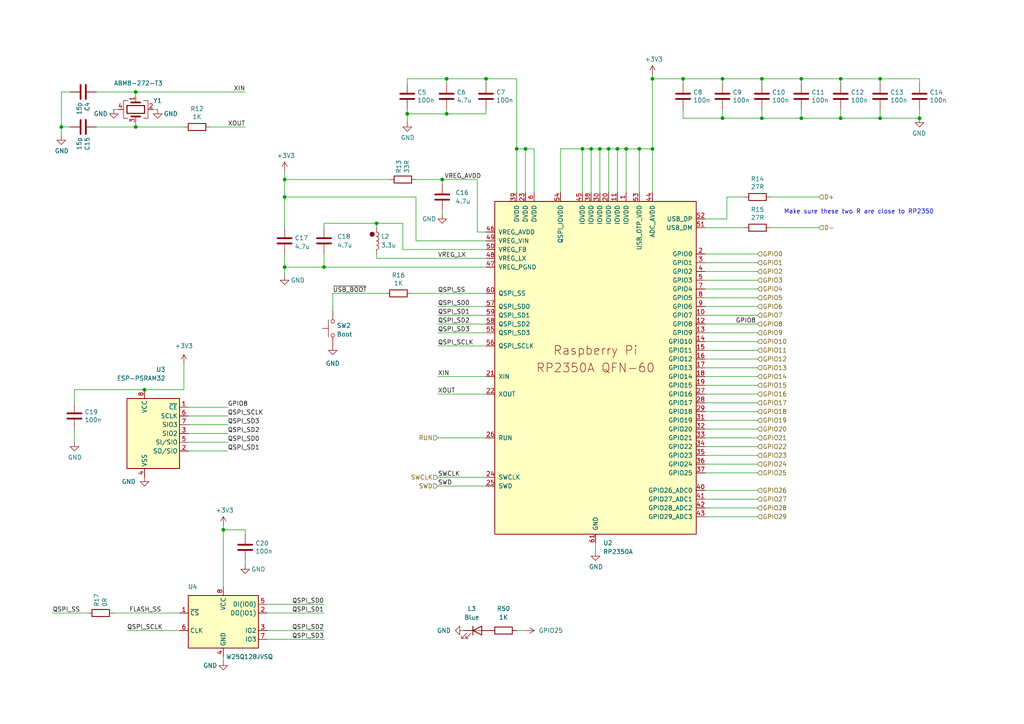
<source format=kicad_sch>
(kicad_sch (version 20231120) (generator "eeschema") (generator_version "8.0")
  (paper "A4")
  (title_block (title "Valera-2350A") (date "2025-01-30") (rev "1.0") (company "Mikhail Matveev") (comment 1 "https://github.com/xtremespb/frank"))
  (lib_symbols
    (symbol "+3V3_1" (power) (pin_numbers hide) (pin_names (offset 0) hide)
      (property "Value" "+3V3" (at 0 3.556 0))
      (symbol "+3V3_1_0_1"
        (polyline (pts (xy -0.762 1.27) (xy 0 2.54)))
        (polyline (pts (xy 0 0) (xy 0 2.54)))
        (polyline (pts (xy 0 2.54) (xy 0.762 1.27)))
      )
      (symbol "+3V3_1_1_1"
        (pin power_in line (at 0 0 90) (length 0) (name "~") (number "1"))
      )
    )
    (symbol "+3V3_2" (power) (pin_numbers hide) (pin_names (offset 0) hide)
      (property "Value" "+3V3" (at 0 3.556 0))
      (symbol "+3V3_2_0_1"
        (polyline (pts (xy -0.762 1.27) (xy 0 2.54)))
        (polyline (pts (xy 0 0) (xy 0 2.54)))
        (polyline (pts (xy 0 2.54) (xy 0.762 1.27)))
      )
      (symbol "+3V3_2_1_1"
        (pin power_in line (at 0 0 90) (length 0) (name "~") (number "1"))
      )
    )
    (symbol "+3V3_3" (power) (pin_numbers hide) (pin_names (offset 0) hide)
      (property "Value" "+3V3" (at 0 3.556 0))
      (symbol "+3V3_3_0_1"
        (polyline (pts (xy -0.762 1.27) (xy 0 2.54)))
        (polyline (pts (xy 0 0) (xy 0 2.54)))
        (polyline (pts (xy 0 2.54) (xy 0.762 1.27)))
      )
      (symbol "+3V3_3_1_1"
        (pin power_in line (at 0 0 90) (length 0) (name "~") (number "1"))
      )
    )
    (symbol "Device:C" (pin_numbers hide) (pin_names (offset 0.254))
      (property "Reference" "C" (at 0.635 2.54 0))
      (property "Value" "C" (at 0.635 -2.54 0))
      (symbol "C_0_1"
        (polyline (pts (xy -2.032 -0.762) (xy 2.032 -0.762)) (stroke (width 0.508)))
        (polyline (pts (xy -2.032 0.762) (xy 2.032 0.762)) (stroke (width 0.508)))
      )
      (symbol "C_1_1"
        (pin passive line (at 0 3.81 270) (length 2.794) (name "~") (number "1"))
        (pin passive line (at 0 -3.81 90) (length 2.794) (name "~") (number "2"))
      )
    )
    (symbol "Device:Crystal_GND24" (pin_names (offset 1.016) hide)
      (property "Reference" "Y" (at 3.175 5.08 0))
      (property "Value" "Crystal_GND24" (at 3.175 3.175 0))
      (symbol "Crystal_GND24_0_1"
        (rectangle (start -1.143 2.54) (end 1.143 -2.54) (stroke (width 0.3048)))
        (polyline (pts (xy -2.54 0) (xy -2.032 0)))
        (polyline (pts (xy -2.032 -1.27) (xy -2.032 1.27)) (stroke (width 0.508)))
        (polyline (pts (xy 0 -3.81) (xy 0 -3.556)))
        (polyline (pts (xy 0 3.556) (xy 0 3.81)))
        (polyline (pts (xy 2.032 -1.27) (xy 2.032 1.27)) (stroke (width 0.508)))
        (polyline (pts (xy 2.032 0) (xy 2.54 0)))
        (polyline (pts (xy -2.54 -2.286) (xy -2.54 -3.556) (xy 2.54 -3.556) (xy 2.54 -2.286)))
        (polyline (pts (xy -2.54 2.286) (xy -2.54 3.556) (xy 2.54 3.556) (xy 2.54 2.286)))
      )
      (symbol "Crystal_GND24_1_1"
        (pin passive line (at -3.81 0 0) (length 1.27) (name "1") (number "1"))
        (pin passive line (at 0 5.08 270) (length 1.27) (name "2") (number "2"))
        (pin passive line (at 3.81 0 180) (length 1.27) (name "3") (number "3"))
        (pin passive line (at 0 -5.08 90) (length 1.27) (name "4") (number "4"))
      )
    )
    (symbol "Device:L" (pin_numbers hide) (pin_names (offset 1.016) hide)
      (property "Reference" "L" (at -1.27 0 90))
      (property "Value" "L" (at 1.905 0 90))
      (symbol "L_0_1"
        (arc (start 0 -2.54) (mid 0.6323 -1.905) (end 0 -1.27))
        (arc (start 0 -1.27) (mid 0.6323 -0.635) (end 0 0))
        (arc (start 0 0) (mid 0.6323 0.635) (end 0 1.27))
        (arc (start 0 1.27) (mid 0.6323 1.905) (end 0 2.54))
      )
      (symbol "L_1_1"
        (pin passive line (at 0 3.81 270) (length 1.27) (name "1") (number "1"))
        (pin passive line (at 0 -3.81 90) (length 1.27) (name "2") (number "2"))
      )
    )
    (symbol "Device:LED" (pin_numbers hide) (pin_names (offset 1.016) hide)
      (property "Reference" "D" (at 0 2.54 0))
      (property "Value" "LED" (at 0 -2.54 0))
      (symbol "LED_0_1"
        (polyline (pts (xy -1.27 -1.27) (xy -1.27 1.27)) (stroke (width 0.254)))
        (polyline (pts (xy -1.27 0) (xy 1.27 0)))
        (polyline (pts (xy 1.27 -1.27) (xy 1.27 1.27) (xy -1.27 0) (xy 1.27 -1.27)) (stroke (width 0.254)))
        (polyline (pts (xy -3.048 -0.762) (xy -4.572 -2.286) (xy -3.81 -2.286) (xy -4.572 -2.286) (xy -4.572 -1.524)))
        (polyline (pts (xy -1.778 -0.762) (xy -3.302 -2.286) (xy -2.54 -2.286) (xy -3.302 -2.286) (xy -3.302 -1.524)))
      )
      (symbol "LED_1_1"
        (pin passive line (at -3.81 0 0) (length 2.54) (name "K") (number "1"))
        (pin passive line (at 3.81 0 180) (length 2.54) (name "A") (number "2"))
      )
    )
    (symbol "Device:R" (pin_numbers hide) (pin_names (offset 0))
      (property "Reference" "R" (at 2.032 0 90))
      (property "Value" "R" (at 0 0 90))
      (symbol "R_0_1"
        (rectangle (start -1.016 -2.54) (end 1.016 2.54) (stroke (width 0.254)))
      )
      (symbol "R_1_1"
        (pin passive line (at 0 3.81 270) (length 1.27) (name "~") (number "1"))
        (pin passive line (at 0 -3.81 90) (length 1.27) (name "~") (number "2"))
      )
    )
    (symbol "FRANK:ESP-PSRAM32"
      (property "Reference" "PSR1" (at -8.89 1.2701 0))
      (property "Value" "PSRAM" (at -8.89 -1.2699 0))
      (symbol "ESP-PSRAM32_0_1"
        (rectangle (start -7.62 10.16) (end 7.62 -10.16) (stroke (width 0.254)) (fill (type background)))
      )
      (symbol "ESP-PSRAM32_1_1"
        (pin input line (at 10.16 7.62 180) (length 2.54) (name "~{CE}") (number "1"))
        (pin output line (at 10.16 -5.08 180) (length 2.54) (name "SO/SIO") (number "2"))
        (pin bidirectional line (at 10.16 0 180) (length 2.54) (name "SIO2") (number "3"))
        (pin power_in line (at -2.54 -12.7 90) (length 2.54) (name "VSS") (number "4"))
        (pin input line (at 10.16 -2.54 180) (length 2.54) (name "SI/SIO") (number "5"))
        (pin output line (at 10.16 5.08 180) (length 2.54) (name "SCLK") (number "6"))
        (pin bidirectional line (at 10.16 2.54 180) (length 2.54) (name "SIO3") (number "7"))
        (pin power_in line (at -2.54 12.7 270) (length 2.54) (name "VCC") (number "8"))
      )
    )
    (symbol "FRANK:RP2350A" (pin_names (offset 1.016))
      (property "Reference" "U2" (at 2.1941 -50.8 0))
      (property "Value" "RP2350A" (at 2.1941 -53.34 0))
      (symbol "RP2350A_0_0"
        (text "Raspberry Pi" (at 0 5.08 0) (effects (font (size 2.54 2.54))))
      )
      (symbol "RP2350A_0_1"
        (rectangle (start 29.21 48.26) (end -29.21 -48.26) (stroke (width 0.254)) (fill (type background)))
      )
      (symbol "RP2350A_1_0"
        (text "RP2350A QFN-60" (at 0 0 0) (effects (font (size 2.54 2.54))))
      )
      (symbol "RP2350A_1_1"
        (pin power_in line (at 8.89 50.8 270) (length 2.54) (name "IOVDD") (number "1"))
        (pin bidirectional line (at 31.75 15.24 180) (length 2.54) (name "GPIO7") (number "10"))
        (pin power_in line (at 6.35 50.8 270) (length 2.54) (name "IOVDD") (number "11"))
        (pin bidirectional line (at 31.75 12.7 180) (length 2.54) (name "GPIO8") (number "12"))
        (pin bidirectional line (at 31.75 10.16 180) (length 2.54) (name "GPIO9") (number "13"))
        (pin bidirectional line (at 31.75 7.62 180) (length 2.54) (name "GPIO10") (number "14"))
        (pin bidirectional line (at 31.75 5.08 180) (length 2.54) (name "GPIO11") (number "15"))
        (pin bidirectional line (at 31.75 2.54 180) (length 2.54) (name "GPIO12") (number "16"))
        (pin bidirectional line (at 31.75 0 180) (length 2.54) (name "GPIO13") (number "17"))
        (pin bidirectional line (at 31.75 -2.54 180) (length 2.54) (name "GPIO14") (number "18"))
        (pin bidirectional line (at 31.75 -5.08 180) (length 2.54) (name "GPIO15") (number "19"))
        (pin bidirectional line (at 31.75 33.02 180) (length 2.54) (name "GPIO0") (number "2"))
        (pin power_in line (at 3.81 50.8 270) (length 2.54) (name "IOVDD") (number "20"))
        (pin input line (at -31.75 -2.54 0) (length 2.54) (name "XIN") (number "21"))
        (pin passive line (at -31.75 -7.62 0) (length 2.54) (name "XOUT") (number "22"))
        (pin power_in line (at -20.32 50.8 270) (length 2.54) (name "DVDD") (number "23"))
        (pin output line (at -31.75 -31.75 0) (length 2.54) (name "SWCLK") (number "24"))
        (pin bidirectional line (at -31.75 -34.29 0) (length 2.54) (name "SWD") (number "25"))
        (pin input line (at -31.75 -20.32 0) (length 2.54) (name "RUN") (number "26"))
        (pin bidirectional line (at 31.75 -7.62 180) (length 2.54) (name "GPIO16") (number "27"))
        (pin bidirectional line (at 31.75 -10.16 180) (length 2.54) (name "GPIO17") (number "28"))
        (pin bidirectional line (at 31.75 -12.7 180) (length 2.54) (name "GPIO18") (number "29"))
        (pin bidirectional line (at 31.75 30.48 180) (length 2.54) (name "GPIO1") (number "3"))
        (pin power_in line (at 1.27 50.8 270) (length 2.54) (name "IOVDD") (number "30"))
        (pin bidirectional line (at 31.75 -15.24 180) (length 2.54) (name "GPIO19") (number "31"))
        (pin bidirectional line (at 31.75 -17.78 180) (length 2.54) (name "GPIO20") (number "32"))
        (pin bidirectional line (at 31.75 -20.32 180) (length 2.54) (name "GPIO21") (number "33"))
        (pin bidirectional line (at 31.75 -22.86 180) (length 2.54) (name "GPIO22") (number "34"))
        (pin bidirectional line (at 31.75 -25.4 180) (length 2.54) (name "GPIO23") (number "35"))
        (pin bidirectional line (at 31.75 -27.94 180) (length 2.54) (name "GPIO24") (number "36"))
        (pin bidirectional line (at 31.75 -30.48 180) (length 2.54) (name "GPIO25") (number "37"))
        (pin power_in line (at -1.27 50.8 270) (length 2.54) (name "IOVDD") (number "38"))
        (pin power_in line (at -22.86 50.8 270) (length 2.54) (name "DVDD") (number "39"))
        (pin bidirectional line (at 31.75 27.94 180) (length 2.54) (name "GPIO2") (number "4"))
        (pin bidirectional line (at 31.75 -35.56 180) (length 2.54) (name "GPIO26_ADC0") (number "40"))
        (pin bidirectional line (at 31.75 -38.1 180) (length 2.54) (name "GPIO27_ADC1") (number "41"))
        (pin bidirectional line (at 31.75 -40.64 180) (length 2.54) (name "GPIO28_ADC2") (number "42"))
        (pin bidirectional line (at 31.75 -43.18 180) (length 2.54) (name "GPIO29_ADC3") (number "43"))
        (pin power_in line (at 16.51 50.8 270) (length 2.54) (name "ADC_AVDD") (number "44"))
        (pin power_in line (at -3.81 50.8 270) (length 2.54) (name "IOVDD") (number "45"))
        (pin power_in line (at -31.75 39.37 0) (length 2.54) (name "VREG_AVDD") (number "46"))
        (pin power_in line (at -31.75 29.21 0) (length 2.54) (name "VREG_PGND") (number "47"))
        (pin power_out line (at -31.75 31.75 0) (length 2.54) (name "VREG_LX") (number "48"))
        (pin power_in line (at -31.75 36.83 0) (length 2.54) (name "VREG_VIN") (number "49"))
        (pin bidirectional line (at 31.75 25.4 180) (length 2.54) (name "GPIO3") (number "5"))
        (pin input line (at -31.75 34.29 0) (length 2.54) (name "VREG_FB") (number "50"))
        (pin bidirectional line (at 31.75 40.64 180) (length 2.54) (name "USB_DM") (number "51"))
        (pin bidirectional line (at 31.75 43.18 180) (length 2.54) (name "USB_DP") (number "52"))
        (pin power_in line (at 12.7 50.8 270) (length 2.54) (name "USB_OTP_VDD") (number "53"))
        (pin power_in line (at -10.16 50.8 270) (length 2.54) (name "QSPI_IOVDD") (number "54"))
        (pin bidirectional line (at -31.75 10.16 0) (length 2.54) (name "QSPI_SD3") (number "55"))
        (pin output line (at -31.75 6.35 0) (length 2.54) (name "QSPI_SCLK") (number "56"))
        (pin bidirectional line (at -31.75 17.78 0) (length 2.54) (name "QSPI_SD0") (number "57"))
        (pin bidirectional line (at -31.75 12.7 0) (length 2.54) (name "QSPI_SD2") (number "58"))
        (pin bidirectional line (at -31.75 15.24 0) (length 2.54) (name "QSPI_SD1") (number "59"))
        (pin power_in line (at -17.78 50.8 270) (length 2.54) (name "DVDD") (number "6"))
        (pin bidirectional line (at -31.75 21.59 0) (length 2.54) (name "QSPI_SS") (number "60"))
        (pin power_in line (at 0 -50.8 90) (length 2.54) (name "GND") (number "61"))
        (pin bidirectional line (at 31.75 22.86 180) (length 2.54) (name "GPIO4") (number "7"))
        (pin bidirectional line (at 31.75 20.32 180) (length 2.54) (name "GPIO5") (number "8"))
        (pin bidirectional line (at 31.75 17.78 180) (length 2.54) (name "GPIO6") (number "9"))
      )
    )
    (symbol "FRANK:W25Q128JVS"
      (property "Reference" "U3" (at -8.89 10.16 0))
      (property "Value" "W25Q128JVSQ" (at 7.62 -10.16 0))
      (symbol "W25Q128JVS_0_1"
        (rectangle (start -10.16 7.62) (end 10.16 -7.62) (stroke (width 0.254)) (fill (type background)))
      )
      (symbol "W25Q128JVS_1_1"
        (pin input line (at -12.7 2.54 0) (length 2.54) (name "~{CS}") (number "1"))
        (pin bidirectional line (at 12.7 2.54 180) (length 2.54) (name "DO(IO1)") (number "2"))
        (pin bidirectional line (at 12.7 -2.54 180) (length 2.54) (name "IO2") (number "3"))
        (pin power_in line (at 0 -10.16 90) (length 2.54) (name "GND") (number "4"))
        (pin bidirectional line (at 12.7 5.08 180) (length 2.54) (name "DI(IO0)") (number "5"))
        (pin input line (at -12.7 -2.54 0) (length 2.54) (name "CLK") (number "6"))
        (pin bidirectional line (at 12.7 -5.08 180) (length 2.54) (name "IO3") (number "7"))
        (pin power_in line (at 0 10.16 270) (length 2.54) (name "VCC") (number "8"))
      )
    )
    (symbol "GND_1" (power) (pin_numbers hide) (pin_names (offset 0) hide)
      (property "Value" "GND" (at 0 -3.81 0))
      (symbol "GND_1_0_1"
        (polyline (pts (xy 0 0) (xy 0 -1.27) (xy 1.27 -1.27) (xy 0 -2.54) (xy -1.27 -1.27) (xy 0 -1.27)))
      )
      (symbol "GND_1_1_1"
        (pin power_in line (at 0 0 270) (length 0) (name "~") (number "1"))
      )
    )
    (symbol "GND_10" (power) (pin_numbers hide) (pin_names (offset 0) hide)
      (property "Value" "GND" (at 0 -3.81 0))
      (symbol "GND_10_0_1"
        (polyline (pts (xy 0 0) (xy 0 -1.27) (xy 1.27 -1.27) (xy 0 -2.54) (xy -1.27 -1.27) (xy 0 -1.27)))
      )
      (symbol "GND_10_1_1"
        (pin power_in line (at 0 0 270) (length 0) (name "~") (number "1"))
      )
    )
    (symbol "GND_11" (power) (pin_numbers hide) (pin_names (offset 0) hide)
      (property "Value" "GND" (at 0 -3.81 0))
      (symbol "GND_11_0_1"
        (polyline (pts (xy 0 0) (xy 0 -1.27) (xy 1.27 -1.27) (xy 0 -2.54) (xy -1.27 -1.27) (xy 0 -1.27)))
      )
      (symbol "GND_11_1_1"
        (pin power_in line (at 0 0 270) (length 0) (name "~") (number "1"))
      )
    )
    (symbol "GND_12" (power) (pin_numbers hide) (pin_names (offset 0) hide)
      (property "Value" "GND" (at 0 -3.81 0))
      (symbol "GND_12_0_1"
        (polyline (pts (xy 0 0) (xy 0 -1.27) (xy 1.27 -1.27) (xy 0 -2.54) (xy -1.27 -1.27) (xy 0 -1.27)))
      )
      (symbol "GND_12_1_1"
        (pin power_in line (at 0 0 270) (length 0) (name "~") (number "1"))
      )
    )
    (symbol "GND_2" (power) (pin_numbers hide) (pin_names (offset 0) hide)
      (property "Value" "GND" (at 0 -3.81 0))
      (symbol "GND_2_0_1"
        (polyline (pts (xy 0 0) (xy 0 -1.27) (xy 1.27 -1.27) (xy 0 -2.54) (xy -1.27 -1.27) (xy 0 -1.27)))
      )
      (symbol "GND_2_1_1"
        (pin power_in line (at 0 0 270) (length 0) (name "~") (number "1"))
      )
    )
    (symbol "GND_3" (power) (pin_numbers hide) (pin_names (offset 0) hide)
      (property "Value" "GND" (at 0 -3.81 0))
      (symbol "GND_3_0_1"
        (polyline (pts (xy 0 0) (xy 0 -1.27) (xy 1.27 -1.27) (xy 0 -2.54) (xy -1.27 -1.27) (xy 0 -1.27)))
      )
      (symbol "GND_3_1_1"
        (pin power_in line (at 0 0 270) (length 0) (name "~") (number "1"))
      )
    )
    (symbol "GND_4" (power) (pin_numbers hide) (pin_names (offset 0) hide)
      (property "Value" "GND" (at 0 -3.81 0))
      (symbol "GND_4_0_1"
        (polyline (pts (xy 0 0) (xy 0 -1.27) (xy 1.27 -1.27) (xy 0 -2.54) (xy -1.27 -1.27) (xy 0 -1.27)))
      )
      (symbol "GND_4_1_1"
        (pin power_in line (at 0 0 270) (length 0) (name "~") (number "1"))
      )
    )
    (symbol "GND_5" (power) (pin_numbers hide) (pin_names (offset 0) hide)
      (property "Value" "GND" (at 0 -3.81 0))
      (symbol "GND_5_0_1"
        (polyline (pts (xy 0 0) (xy 0 -1.27) (xy 1.27 -1.27) (xy 0 -2.54) (xy -1.27 -1.27) (xy 0 -1.27)))
      )
      (symbol "GND_5_1_1"
        (pin power_in line (at 0 0 270) (length 0) (name "~") (number "1"))
      )
    )
    (symbol "GND_6" (power) (pin_numbers hide) (pin_names (offset 0) hide)
      (property "Value" "GND" (at 0 -3.81 0))
      (symbol "GND_6_0_1"
        (polyline (pts (xy 0 0) (xy 0 -1.27) (xy 1.27 -1.27) (xy 0 -2.54) (xy -1.27 -1.27) (xy 0 -1.27)))
      )
      (symbol "GND_6_1_1"
        (pin power_in line (at 0 0 270) (length 0) (name "~") (number "1"))
      )
    )
    (symbol "GND_7" (power) (pin_numbers hide) (pin_names (offset 0) hide)
      (property "Value" "GND" (at 0 -3.81 0))
      (symbol "GND_7_0_1"
        (polyline (pts (xy 0 0) (xy 0 -1.27) (xy 1.27 -1.27) (xy 0 -2.54) (xy -1.27 -1.27) (xy 0 -1.27)))
      )
      (symbol "GND_7_1_1"
        (pin power_in line (at 0 0 270) (length 0) (name "~") (number "1"))
      )
    )
    (symbol "GND_8" (power) (pin_numbers hide) (pin_names (offset 0) hide)
      (property "Value" "GND" (at 0 -3.81 0))
      (symbol "GND_8_0_1"
        (polyline (pts (xy 0 0) (xy 0 -1.27) (xy 1.27 -1.27) (xy 0 -2.54) (xy -1.27 -1.27) (xy 0 -1.27)))
      )
      (symbol "GND_8_1_1"
        (pin power_in line (at 0 0 270) (length 0) (name "~") (number "1"))
      )
    )
    (symbol "GND_9" (power) (pin_numbers hide) (pin_names (offset 0) hide)
      (property "Value" "GND" (at 0 -3.81 0))
      (symbol "GND_9_0_1"
        (polyline (pts (xy 0 0) (xy 0 -1.27) (xy 1.27 -1.27) (xy 0 -2.54) (xy -1.27 -1.27) (xy 0 -1.27)))
      )
      (symbol "GND_9_1_1"
        (pin power_in line (at 0 0 270) (length 0) (name "~") (number "1"))
      )
    )
    (symbol "Switch:SW_Push" (pin_numbers hide) (pin_names (offset 1.016) hide)
      (property "Reference" "SW" (at 1.27 2.54 0))
      (property "Value" "SW_Push" (at 0 -1.524 0))
      (symbol "SW_Push_0_1"
        (circle (center -2.032 0) (radius 0.508))
        (polyline (pts (xy 0 1.27) (xy 0 3.048)))
        (polyline (pts (xy 2.54 1.27) (xy -2.54 1.27)))
        (circle (center 2.032 0) (radius 0.508))
        (pin passive line (at -5.08 0 0) (length 2.54) (name "1") (number "1"))
        (pin passive line (at 5.08 0 180) (length 2.54) (name "2") (number "2"))
      )
    )
    (symbol "power:+3V3" (power) (pin_numbers hide) (pin_names (offset 0) hide)
      (property "Value" "+3V3" (at 0 3.556 0))
      (symbol "+3V3_0_1"
        (polyline (pts (xy -0.762 1.27) (xy 0 2.54)))
        (polyline (pts (xy 0 0) (xy 0 2.54)))
        (polyline (pts (xy 0 2.54) (xy 0.762 1.27)))
      )
      (symbol "+3V3_1_1"
        (pin power_in line (at 0 0 90) (length 0) (name "~") (number "1"))
      )
    )
    (symbol "power:GND" (power) (pin_numbers hide) (pin_names (offset 0) hide)
      (property "Value" "GND" (at 0 -3.81 0))
      (symbol "GND_0_1"
        (polyline (pts (xy 0 0) (xy 0 -1.27) (xy 1.27 -1.27) (xy 0 -2.54) (xy -1.27 -1.27) (xy 0 -1.27)))
      )
      (symbol "GND_1_1"
        (pin power_in line (at 0 0 270) (length 0) (name "~") (number "1"))
      )
    )
  )
  (junction (at 176.53 43.18))
  (junction (at 173.99 43.18))
  (junction (at 198.12 22.86))
  (junction (at 128.27 52.07))
  (junction (at 220.98 22.86))
  (junction (at 209.55 22.86))
  (junction (at 168.91 43.18))
  (junction (at 41.91 113.03))
  (junction (at 82.55 77.47))
  (junction (at 209.55 34.29))
  (junction (at 179.07 43.18))
  (junction (at 140.97 22.86))
  (junction (at 82.55 52.07))
  (junction (at 39.37 36.83))
  (junction (at 266.7 34.29))
  (junction (at 118.11 33.02))
  (junction (at 185.42 43.18))
  (junction (at 149.86 43.18))
  (junction (at 129.54 33.02))
  (junction (at 129.54 22.86))
  (junction (at 17.78 36.83))
  (junction (at 181.61 43.18))
  (junction (at 82.55 57.15))
  (junction (at 220.98 34.29))
  (junction (at 255.27 34.29))
  (junction (at 93.98 77.47))
  (junction (at 243.84 22.86))
  (junction (at 243.84 34.29))
  (junction (at 109.22 64.77))
  (junction (at 189.23 43.18))
  (junction (at 232.41 34.29))
  (junction (at 255.27 22.86))
  (junction (at 39.37 26.67))
  (junction (at 232.41 22.86))
  (junction (at 171.45 43.18))
  (junction (at 189.23 22.86))
  (junction (at 64.77 153.67))
  (junction (at 152.4 43.18))
  (wire (pts (xy 179.07 43.18) (xy 181.61 43.18)))
  (wire (pts (xy 39.37 26.67) (xy 71.12 26.67)))
  (wire (pts (xy 152.4 43.18) (xy 154.94 43.18)))
  (wire (pts (xy 152.4 55.88) (xy 152.4 43.18)))
  (wire (pts (xy 116.84 72.39) (xy 116.84 64.77)))
  (wire (pts (xy 140.97 138.43) (xy 127 138.43)))
  (wire (pts (xy 204.47 149.86) (xy 219.71 149.86)))
  (wire (pts (xy 71.12 154.94) (xy 71.12 153.67)))
  (wire (pts (xy 189.23 22.86) (xy 198.12 22.86)))
  (wire (pts (xy 204.47 93.98) (xy 219.71 93.98)))
  (wire (pts (xy 204.47 99.06) (xy 219.71 99.06)))
  (wire (pts (xy 64.77 152.4) (xy 64.77 153.67)))
  (wire (pts (xy 198.12 22.86) (xy 209.55 22.86)))
  (wire (pts (xy 204.47 91.44) (xy 219.71 91.44)))
  (wire (pts (xy 128.27 52.07) (xy 128.27 53.34)))
  (wire (pts (xy 140.97 24.13) (xy 140.97 22.86)))
  (wire (pts (xy 20.32 26.67) (xy 17.78 26.67)))
  (wire (pts (xy 109.22 64.77) (xy 109.22 66.04)))
  (wire (pts (xy 255.27 24.13) (xy 255.27 22.86)))
  (wire (pts (xy 127 93.98) (xy 140.97 93.98)))
  (wire (pts (xy 204.47 83.82) (xy 219.71 83.82)))
  (wire (pts (xy 127 88.9) (xy 140.97 88.9)))
  (wire (pts (xy 152.4 43.18) (xy 149.86 43.18)))
  (wire (pts (xy 220.98 22.86) (xy 232.41 22.86)))
  (wire (pts (xy 189.23 21.59) (xy 189.23 22.86)))
  (wire (pts (xy 54.61 125.73) (xy 66.04 125.73)))
  (wire (pts (xy 204.47 104.14) (xy 219.71 104.14)))
  (wire (pts (xy 162.56 43.18) (xy 168.91 43.18)))
  (wire (pts (xy 204.47 124.46) (xy 219.71 124.46)))
  (wire (pts (xy 185.42 55.88) (xy 185.42 43.18)))
  (wire (pts (xy 127 96.52) (xy 140.97 96.52)))
  (wire (pts (xy 111.76 85.09) (xy 96.52 85.09)))
  (wire (pts (xy 82.55 57.15) (xy 120.65 57.15)))
  (wire (pts (xy 204.47 142.24) (xy 219.71 142.24)))
  (wire (pts (xy 266.7 31.75) (xy 266.7 34.29)))
  (wire (pts (xy 118.11 24.13) (xy 118.11 22.86)))
  (wire (pts (xy 176.53 43.18) (xy 179.07 43.18)))
  (wire (pts (xy 60.96 36.83) (xy 71.12 36.83)))
  (wire (pts (xy 209.55 34.29) (xy 198.12 34.29)))
  (wire (pts (xy 232.41 34.29) (xy 220.98 34.29)))
  (wire (pts (xy 172.72 157.48) (xy 172.72 160.02)))
  (wire (pts (xy 120.65 52.07) (xy 128.27 52.07)))
  (wire (pts (xy 53.34 105.41) (xy 53.34 113.03)))
  (wire (pts (xy 127 91.44) (xy 140.97 91.44)))
  (wire (pts (xy 33.02 177.8) (xy 52.07 177.8)))
  (wire (pts (xy 243.84 22.86) (xy 255.27 22.86)))
  (wire (pts (xy 140.97 100.33) (xy 127 100.33)))
  (wire (pts (xy 39.37 36.83) (xy 53.34 36.83)))
  (wire (pts (xy 17.78 26.67) (xy 17.78 36.83)))
  (wire (pts (xy 223.52 57.15) (xy 237.49 57.15)))
  (wire (pts (xy 204.47 73.66) (xy 219.71 73.66)))
  (wire (pts (xy 116.84 64.77) (xy 109.22 64.77)))
  (wire (pts (xy 54.61 130.81) (xy 66.04 130.81)))
  (wire (pts (xy 232.41 31.75) (xy 232.41 34.29)))
  (wire (pts (xy 173.99 55.88) (xy 173.99 43.18)))
  (wire (pts (xy 93.98 73.66) (xy 93.98 77.47)))
  (wire (pts (xy 176.53 55.88) (xy 176.53 43.18)))
  (wire (pts (xy 140.97 85.09) (xy 119.38 85.09)))
  (wire (pts (xy 204.47 96.52) (xy 219.71 96.52)))
  (wire (pts (xy 179.07 55.88) (xy 179.07 43.18)))
  (wire (pts (xy 127 127) (xy 140.97 127)))
  (wire (pts (xy 118.11 22.86) (xy 129.54 22.86)))
  (wire (pts (xy 171.45 43.18) (xy 173.99 43.18)))
  (wire (pts (xy 54.61 118.11) (xy 66.04 118.11)))
  (wire (pts (xy 109.22 74.93) (xy 109.22 73.66)))
  (wire (pts (xy 189.23 22.86) (xy 189.23 43.18)))
  (wire (pts (xy 64.77 190.5) (xy 64.77 191.77)))
  (wire (pts (xy 204.47 111.76) (xy 219.71 111.76)))
  (wire (pts (xy 77.47 175.26) (xy 93.98 175.26)))
  (wire (pts (xy 39.37 35.56) (xy 39.37 36.83)))
  (wire (pts (xy 27.94 26.67) (xy 39.37 26.67)))
  (wire (pts (xy 204.47 134.62) (xy 219.71 134.62)))
  (wire (pts (xy 171.45 55.88) (xy 171.45 43.18)))
  (wire (pts (xy 120.65 69.85) (xy 140.97 69.85)))
  (wire (pts (xy 181.61 43.18) (xy 181.61 55.88)))
  (wire (pts (xy 204.47 129.54) (xy 219.71 129.54)))
  (wire (pts (xy 204.47 109.22) (xy 219.71 109.22)))
  (wire (pts (xy 173.99 43.18) (xy 176.53 43.18)))
  (wire (pts (xy 118.11 33.02) (xy 129.54 33.02)))
  (wire (pts (xy 96.52 85.09) (xy 96.52 90.17)))
  (wire (pts (xy 255.27 34.29) (xy 266.7 34.29)))
  (wire (pts (xy 204.47 88.9) (xy 219.71 88.9)))
  (wire (pts (xy 204.47 86.36) (xy 219.71 86.36)))
  (wire (pts (xy 118.11 31.75) (xy 118.11 33.02)))
  (wire (pts (xy 33.02 31.75) (xy 34.29 31.75)))
  (wire (pts (xy 21.59 113.03) (xy 21.59 116.84)))
  (wire (pts (xy 204.47 63.5) (xy 210.82 63.5)))
  (wire (pts (xy 15.24 177.8) (xy 25.4 177.8)))
  (wire (pts (xy 232.41 24.13) (xy 232.41 22.86)))
  (wire (pts (xy 204.47 116.84) (xy 219.71 116.84)))
  (wire (pts (xy 168.91 43.18) (xy 171.45 43.18)))
  (wire (pts (xy 53.34 113.03) (xy 41.91 113.03)))
  (wire (pts (xy 93.98 64.77) (xy 109.22 64.77)))
  (wire (pts (xy 149.86 43.18) (xy 149.86 55.88)))
  (wire (pts (xy 140.97 72.39) (xy 116.84 72.39)))
  (wire (pts (xy 255.27 22.86) (xy 266.7 22.86)))
  (wire (pts (xy 162.56 55.88) (xy 162.56 43.18)))
  (wire (pts (xy 120.65 57.15) (xy 120.65 69.85)))
  (wire (pts (xy 204.47 81.28) (xy 219.71 81.28)))
  (wire (pts (xy 36.83 182.88) (xy 52.07 182.88)))
  (wire (pts (xy 204.47 76.2) (xy 219.71 76.2)))
  (wire (pts (xy 220.98 24.13) (xy 220.98 22.86)))
  (wire (pts (xy 210.82 57.15) (xy 210.82 63.5)))
  (wire (pts (xy 168.91 55.88) (xy 168.91 43.18)))
  (wire (pts (xy 209.55 22.86) (xy 220.98 22.86)))
  (wire (pts (xy 210.82 57.15) (xy 215.9 57.15)))
  (wire (pts (xy 64.77 153.67) (xy 64.77 170.18)))
  (wire (pts (xy 82.55 49.53) (xy 82.55 52.07)))
  (wire (pts (xy 118.11 33.02) (xy 118.11 35.56)))
  (wire (pts (xy 77.47 185.42) (xy 93.98 185.42)))
  (wire (pts (xy 77.47 177.8) (xy 93.98 177.8)))
  (wire (pts (xy 198.12 24.13) (xy 198.12 22.86)))
  (wire (pts (xy 209.55 31.75) (xy 209.55 34.29)))
  (wire (pts (xy 204.47 127) (xy 219.71 127)))
  (wire (pts (xy 204.47 119.38) (xy 219.71 119.38)))
  (wire (pts (xy 154.94 43.18) (xy 154.94 55.88)))
  (wire (pts (xy 243.84 24.13) (xy 243.84 22.86)))
  (wire (pts (xy 138.43 67.31) (xy 140.97 67.31)))
  (wire (pts (xy 140.97 33.02) (xy 140.97 31.75)))
  (wire (pts (xy 243.84 34.29) (xy 232.41 34.29)))
  (wire (pts (xy 109.22 74.93) (xy 140.97 74.93)))
  (wire (pts (xy 204.47 144.78) (xy 219.71 144.78)))
  (wire (pts (xy 189.23 43.18) (xy 189.23 55.88)))
  (wire (pts (xy 129.54 22.86) (xy 140.97 22.86)))
  (wire (pts (xy 149.86 22.86) (xy 149.86 43.18)))
  (wire (pts (xy 220.98 31.75) (xy 220.98 34.29)))
  (wire (pts (xy 255.27 34.29) (xy 243.84 34.29)))
  (wire (pts (xy 223.52 66.04) (xy 237.49 66.04)))
  (wire (pts (xy 181.61 43.18) (xy 185.42 43.18)))
  (wire (pts (xy 149.86 182.88) (xy 152.4 182.88)))
  (wire (pts (xy 82.55 52.07) (xy 113.03 52.07)))
  (wire (pts (xy 204.47 114.3) (xy 219.71 114.3)))
  (wire (pts (xy 204.47 101.6) (xy 219.71 101.6)))
  (wire (pts (xy 20.32 36.83) (xy 17.78 36.83)))
  (wire (pts (xy 71.12 162.56) (xy 71.12 163.83)))
  (wire (pts (xy 185.42 43.18) (xy 189.23 43.18)))
  (wire (pts (xy 71.12 153.67) (xy 64.77 153.67)))
  (wire (pts (xy 129.54 24.13) (xy 129.54 22.86)))
  (wire (pts (xy 204.47 147.32) (xy 219.71 147.32)))
  (wire (pts (xy 129.54 33.02) (xy 140.97 33.02)))
  (wire (pts (xy 93.98 66.04) (xy 93.98 64.77)))
  (wire (pts (xy 204.47 78.74) (xy 219.71 78.74)))
  (wire (pts (xy 232.41 22.86) (xy 243.84 22.86)))
  (wire (pts (xy 82.55 77.47) (xy 93.98 77.47)))
  (wire (pts (xy 204.47 66.04) (xy 215.9 66.04)))
  (wire (pts (xy 82.55 57.15) (xy 82.55 66.04)))
  (wire (pts (xy 129.54 31.75) (xy 129.54 33.02)))
  (wire (pts (xy 54.61 120.65) (xy 66.04 120.65)))
  (wire (pts (xy 82.55 52.07) (xy 82.55 57.15)))
  (wire (pts (xy 266.7 24.13) (xy 266.7 22.86)))
  (wire (pts (xy 204.47 137.16) (xy 219.71 137.16)))
  (wire (pts (xy 39.37 27.94) (xy 39.37 26.67)))
  (wire (pts (xy 77.47 182.88) (xy 93.98 182.88)))
  (wire (pts (xy 140.97 22.86) (xy 149.86 22.86)))
  (wire (pts (xy 140.97 140.97) (xy 127 140.97)))
  (wire (pts (xy 44.45 31.75) (xy 45.72 31.75)))
  (wire (pts (xy 243.84 31.75) (xy 243.84 34.29)))
  (wire (pts (xy 21.59 124.46) (xy 21.59 128.27)))
  (wire (pts (xy 209.55 24.13) (xy 209.55 22.86)))
  (wire (pts (xy 204.47 132.08) (xy 219.71 132.08)))
  (wire (pts (xy 82.55 77.47) (xy 82.55 80.01)))
  (wire (pts (xy 220.98 34.29) (xy 209.55 34.29)))
  (wire (pts (xy 82.55 73.66) (xy 82.55 77.47)))
  (wire (pts (xy 198.12 31.75) (xy 198.12 34.29)))
  (wire (pts (xy 27.94 36.83) (xy 39.37 36.83)))
  (wire (pts (xy 54.61 128.27) (xy 66.04 128.27)))
  (wire (pts (xy 138.43 52.07) (xy 138.43 67.31)))
  (wire (pts (xy 127 109.22) (xy 140.97 109.22)))
  (wire (pts (xy 93.98 77.47) (xy 140.97 77.47)))
  (wire (pts (xy 17.78 36.83) (xy 17.78 39.37)))
  (wire (pts (xy 128.27 62.23) (xy 128.27 60.96)))
  (wire (pts (xy 204.47 106.68) (xy 219.71 106.68)))
  (wire (pts (xy 128.27 52.07) (xy 138.43 52.07)))
  (wire (pts (xy 204.47 121.92) (xy 219.71 121.92)))
  (wire (pts (xy 54.61 123.19) (xy 66.04 123.19)))
  (wire (pts (xy 21.59 113.03) (xy 41.91 113.03)))
  (wire (pts (xy 255.27 31.75) (xy 255.27 34.29)))
  (wire (pts (xy 140.97 114.3) (xy 127 114.3)))
  (circle (center 107.95 67.945) (radius 0.635) (stroke (width 0) (color 132 0 0 1)) (fill (type color) (color 132 0 0 1)))
  (text "Make sure these two R are close to RP2350\n" (at 227.33 62.23 0) (effects (font (size 1.27 1.27)) (justify left bottom)))
  (label "SWCLK" (at 127 138.43 0))
  (label "QSPI_SD3" (at 93.98 185.42 180))
  (label "QSPI_SD1" (at 93.98 177.8 180))
  (label "XIN" (at 71.12 26.67 180))
  (label "XIN" (at 127 109.22 0))
  (label "QSPI_SD0" (at 93.98 175.26 180))
  (label "XOUT" (at 71.12 36.83 180))
  (label "QSPI_SD2" (at 127 93.98 0))
  (label "QSPI_SD0" (at 66.04 128.27 0))
  (label "QSPI_SCLK" (at 36.83 182.88 0))
  (label "QSPI_SD3" (at 66.04 123.19 0))
  (label "VREG_AVDD" (at 128.905 52.07 0))
  (label "QSPI_SD2" (at 66.04 125.73 0))
  (label "QSPI_SD0" (at 127 88.9 0))
  (label "FLASH_SS" (at 37.465 177.8 0))
  (label "GPIO8" (at 66.04 118.11 0))
  (label "QSPI_SS" (at 127 85.09 0))
  (label "QSPI_SD3" (at 127 96.52 0))
  (label "QSPI_SD1" (at 127 91.44 0))
  (label "XOUT" (at 127 114.3 0))
  (label "QSPI_SD1" (at 66.04 130.81 0))
  (label "SWD" (at 127 140.97 0))
  (label "~{USB_BOOT}" (at 96.52 85.09 0))
  (label "QSPI_SCLK" (at 127 100.33 0))
  (label "QSPI_SD2" (at 93.98 182.88 180))
  (label "QSPI_SS" (at 15.24 177.8 0))
  (label "GPIO8" (at 213.36 93.98 0))
  (label "VREG_LX" (at 127 74.93 0))
  (label "QSPI_SCLK" (at 66.04 120.65 0))
  (hierarchical_label "GPIO4" (shape input) (at 219.71 83.82 0))
  (hierarchical_label "GPIO25" (shape input) (at 219.71 137.16 0))
  (hierarchical_label "GPIO11" (shape input) (at 219.71 101.6 0))
  (hierarchical_label "GPIO5" (shape input) (at 219.71 86.36 0))
  (hierarchical_label "GPIO24" (shape input) (at 219.71 134.62 0))
  (hierarchical_label "GPIO1" (shape input) (at 219.71 76.2 0))
  (hierarchical_label "GPIO2" (shape input) (at 219.71 78.74 0))
  (hierarchical_label "SWD" (shape input) (at 127 140.97 180))
  (hierarchical_label "GPIO17" (shape input) (at 219.71 116.84 0))
  (hierarchical_label "GPIO21" (shape input) (at 219.71 127 0))
  (hierarchical_label "GPIO3" (shape input) (at 219.71 81.28 0))
  (hierarchical_label "GPIO19" (shape input) (at 219.71 121.92 0))
  (hierarchical_label "GPIO10" (shape input) (at 219.71 99.06 0))
  (hierarchical_label "D+" (shape input) (at 237.49 57.15 0))
  (hierarchical_label "GPIO28" (shape input) (at 219.71 147.32 0))
  (hierarchical_label "GPIO18" (shape input) (at 219.71 119.38 0))
  (hierarchical_label "GPIO23" (shape input) (at 219.71 132.08 0))
  (hierarchical_label "GPIO8" (shape input) (at 219.71 93.98 0))
  (hierarchical_label "GPIO16" (shape input) (at 219.71 114.3 0))
  (hierarchical_label "GPIO15" (shape input) (at 219.71 111.76 0))
  (hierarchical_label "SWCLK" (shape input) (at 127 138.43 180))
  (hierarchical_label "D-" (shape input) (at 237.49 66.04 0))
  (hierarchical_label "GPIO14" (shape input) (at 219.71 109.22 0))
  (hierarchical_label "GPIO29" (shape input) (at 219.71 149.86 0))
  (hierarchical_label "GPIO26" (shape input) (at 219.71 142.24 0))
  (hierarchical_label "GPIO27" (shape input) (at 219.71 144.78 0))
  (hierarchical_label "GPIO6" (shape input) (at 219.71 88.9 0))
  (hierarchical_label "GPIO0" (shape input) (at 219.71 73.66 0))
  (hierarchical_label "RUN" (shape input) (at 127 127 180))
  (hierarchical_label "GPIO9" (shape input) (at 219.71 96.52 0))
  (hierarchical_label "GPIO7" (shape input) (at 219.71 91.44 0))
  (hierarchical_label "GPIO13" (shape input) (at 219.71 106.68 0))
  (hierarchical_label "GPIO20" (shape input) (at 219.71 124.46 0))
  (hierarchical_label "GPIO22" (shape input) (at 219.71 129.54 0))
  (hierarchical_label "GPIO12" (shape input) (at 219.71 104.14 0))
  (symbol (lib_id "Device:C") (at 198.12 27.94 0) (unit 1)
    (property "Reference" "C8" (at 201.041 26.7716 0) (effects (justify left)))
    (property "Value" "100n" (at 201.041 29.083 0) (effects (justify left)))
    (property "Footprint" "FRANK:Capacitor (0805)" (effects (hide yes)))
    (property "Datasheet" "https://eu.mouser.com/datasheet/2/40/KGM_X7R-3223212.pdf" (effects (hide yes)))
  )
  (symbol (lib_id "power:GND") (at 266.7 34.29 0) (mirror y) (unit 1)
    (property "Reference" "#PWR025" (effects (hide yes)))
    (property "Value" "GND" (at 266.573 38.6842 0))
    (property "Description" "Power symbol creates a global label with name \"GND\" , ground" (effects (hide yes)))
  )
  (symbol (lib_id "FRANK:ESP-PSRAM32") (at 44.45 125.73 0) (unit 1)
    (property "Reference" "U3" (at 48.006 107.188 0) (effects (justify right)))
    (property "Value" "ESP-PSRAM32" (at 48.006 109.728 0) (effects (justify right)))
    (property "Footprint" "FRANK:SOIC-8" (effects (hide yes)))
    (property "Datasheet" "https://www.espressif.com/sites/default/files/documentation/esp-psram32_datasheet_en.pdf" (effects (hide yes)))
    (property "AliExpress" "https://www.aliexpress.com/item/1005006440914173.html" (effects (hide yes)))
  )
  (symbol (lib_name "GND_5") (lib_id "power:GND") (at 118.11 35.56 0) (unit 1)
    (property "Reference" "#PWR026" (effects (hide yes)))
    (property "Value" "GND" (at 118.237 39.9542 0))
    (property "Description" "Power symbol creates a global label with name \"GND\" , ground" (effects (hide yes)))
  )
  (symbol (lib_id "Device:L") (at 109.22 69.85 0) (unit 1)
    (property "Reference" "L2" (at 110.49 68.58 0) (effects (justify left)))
    (property "Value" "3.3u" (at 110.49 71.12 0) (effects (justify left)))
    (property "Footprint" "FRANK:Inductor (3225)" (effects (hide yes)))
  )
  (symbol (lib_id "Device:C") (at 209.55 27.94 0) (unit 1)
    (property "Reference" "C9" (at 212.471 26.7716 0) (effects (justify left)))
    (property "Value" "100n" (at 212.471 29.083 0) (effects (justify left)))
    (property "Footprint" "FRANK:Capacitor (0805)" (effects (hide yes)))
    (property "Datasheet" "https://eu.mouser.com/datasheet/2/40/KGM_X7R-3223212.pdf" (effects (hide yes)))
  )
  (symbol (lib_name "GND_1") (lib_id "power:GND") (at 21.59 128.27 0) (unit 1)
    (property "Reference" "#PWR033" (effects (hide yes)))
    (property "Value" "GND" (at 21.717 132.6642 0))
    (property "Description" "Power symbol creates a global label with name \"GND\" , ground" (effects (hide yes)))
  )
  (symbol (lib_id "Device:C") (at 71.12 158.75 0) (unit 1)
    (property "Reference" "C20" (at 74.041 157.5816 0) (effects (justify left)))
    (property "Value" "100n" (at 74.041 159.893 0) (effects (justify left)))
    (property "Footprint" "FRANK:Capacitor (0805)" (effects (hide yes)))
    (property "Datasheet" "https://eu.mouser.com/datasheet/2/40/KGM_X7R-3223212.pdf" (effects (hide yes)))
  )
  (symbol (lib_id "Device:C") (at 118.11 27.94 0) (unit 1)
    (property "Reference" "C5" (at 121.031 26.7716 0) (effects (justify left)))
    (property "Value" "100n" (at 121.031 29.083 0) (effects (justify left)))
    (property "Footprint" "FRANK:Capacitor (0805)" (effects (hide yes)))
    (property "Datasheet" "https://eu.mouser.com/datasheet/2/40/KGM_X7R-3223212.pdf" (effects (hide yes)))
  )
  (symbol (lib_id "Device:C") (at 128.27 57.15 0) (unit 1)
    (property "Reference" "C16" (at 132.08 55.88 0) (effects (justify left)))
    (property "Value" "4.7u" (at 132.08 58.42 0) (effects (justify left)))
    (property "Footprint" "FRANK:Capacitor (0805)" (effects (hide yes)))
    (property "Datasheet" "https://eu.mouser.com/datasheet/2/40/KGM_X7R-3223212.pdf" (effects (hide yes)))
  )
  (symbol (lib_id "Device:R") (at 116.84 52.07 90) (unit 1)
    (property "Reference" "R13" (at 115.6716 50.292 0) (effects (justify left)))
    (property "Value" "33R" (at 117.983 50.292 0) (effects (justify left)))
    (property "Footprint" "FRANK:Resistor (0805)" (effects (hide yes)))
    (property "Datasheet" "https://www.vishay.com/docs/28952/mcs0402at-mct0603at-mcu0805at-mca1206at.pdf" (effects (hide yes)))
  )
  (symbol (lib_id "Device:C") (at 255.27 27.94 0) (unit 1)
    (property "Reference" "C13" (at 258.191 26.7716 0) (effects (justify left)))
    (property "Value" "100n" (at 258.191 29.083 0) (effects (justify left)))
    (property "Footprint" "FRANK:Capacitor (0805)" (effects (hide yes)))
    (property "Datasheet" "https://eu.mouser.com/datasheet/2/40/KGM_X7R-3223212.pdf" (effects (hide yes)))
  )
  (symbol (lib_name "GND_2") (lib_id "power:GND") (at 134.62 182.88 270) (unit 1)
    (property "Reference" "#PWR067" (effects (hide yes)))
    (property "Value" "GND" (at 130.81 182.8799 90) (effects (justify right)))
    (property "Description" "Power symbol creates a global label with name \"GND\" , ground" (effects (hide yes)))
  )
  (symbol (lib_id "Device:Crystal_GND24") (at 39.37 31.75 270) (unit 1)
    (property "Reference" "Y1" (at 44.45 29.21 90) (effects (justify left)))
    (property "Value" "ABM8-272-T3" (at 33.02 24.13 90) (effects (justify left)))
    (property "Footprint" "FRANK:Crystal (3225)" (effects (hide yes)))
  )
  (symbol (lib_name "GND_4") (lib_id "power:GND") (at 82.55 80.01 0) (mirror y) (unit 1)
    (property "Reference" "#PWR030" (effects (hide yes)))
    (property "Value" "GND" (at 86.36 81.28 0))
    (property "Description" "Power symbol creates a global label with name \"GND\" , ground" (effects (hide yes)))
  )
  (symbol (lib_name "GND_11") (lib_id "power:GND") (at 96.52 100.33 0) (unit 1)
    (property "Reference" "#PWR031" (effects (hide yes)))
    (property "Value" "GND" (at 96.52 105.41 0))
    (property "Description" "Power symbol creates a global label with name \"GND\" , ground" (effects (hide yes)))
  )
  (symbol (lib_name "GND_6") (lib_id "power:GND") (at 41.91 138.43 0) (unit 1)
    (property "Reference" "#PWR034" (effects (hide yes)))
    (property "Value" "GND" (at 39.37 139.7 0) (effects (justify right)))
    (property "Description" "Power symbol creates a global label with name \"GND\" , ground" (effects (hide yes)))
  )
  (symbol (lib_id "Device:C") (at 140.97 27.94 0) (unit 1)
    (property "Reference" "C7" (at 143.891 26.7716 0) (effects (justify left)))
    (property "Value" "100n" (at 143.891 29.083 0) (effects (justify left)))
    (property "Footprint" "FRANK:Capacitor (0805)" (effects (hide yes)))
    (property "Datasheet" "https://eu.mouser.com/datasheet/2/40/KGM_X7R-3223212.pdf" (effects (hide yes)))
  )
  (symbol (lib_id "Device:C") (at 21.59 120.65 0) (unit 1)
    (property "Reference" "C19" (at 24.511 119.4816 0) (effects (justify left)))
    (property "Value" "100n" (at 24.511 121.793 0) (effects (justify left)))
    (property "Footprint" "FRANK:Capacitor (0805)" (effects (hide yes)))
    (property "Datasheet" "https://eu.mouser.com/datasheet/2/447/KEM_C1075_X7R_HT_SMD-3316221.pdf" (effects (hide yes)))
    (property "AliExpress" "https://www.aliexpress.com/item/33008008276.html" (effects (hide yes)))
  )
  (symbol (lib_id "Device:R") (at 29.21 177.8 90) (unit 1)
    (property "Reference" "R17" (at 28.0416 176.022 0) (effects (justify left)))
    (property "Value" "0R" (at 30.353 176.022 0) (effects (justify left)))
    (property "Footprint" "FRANK:Resistor (0805)" (effects (hide yes)))
    (property "Datasheet" "https://www.vishay.com/docs/28952/mcs0402at-mct0603at-mcu0805at-mca1206at.pdf" (effects (hide yes)))
  )
  (symbol (lib_name "+3V3_1") (lib_id "power:+3V3") (at 152.4 182.88 270) (unit 1)
    (property "Reference" "#PWR068" (effects (hide yes)))
    (property "Value" "GPIO25" (at 156.21 182.8799 90) (effects (justify left)))
    (property "Description" "Power symbol creates a global label with name \"+3V3\"" (effects (hide yes)))
  )
  (symbol (lib_id "Device:C") (at 129.54 27.94 0) (unit 1)
    (property "Reference" "C6" (at 132.461 26.7716 0) (effects (justify left)))
    (property "Value" "4.7u" (at 132.461 29.083 0) (effects (justify left)))
    (property "Footprint" "FRANK:Capacitor (0805)" (effects (hide yes)))
    (property "Datasheet" "https://eu.mouser.com/datasheet/2/40/KGM_X7R-3223212.pdf" (effects (hide yes)))
  )
  (symbol (lib_name "GND_9") (lib_id "power:GND") (at 17.78 39.37 0) (unit 1)
    (property "Reference" "#PWR027" (effects (hide yes)))
    (property "Value" "GND" (at 17.907 43.7642 0))
    (property "Description" "Power symbol creates a global label with name \"GND\" , ground" (effects (hide yes)))
  )
  (symbol (lib_id "Device:R") (at 219.71 57.15 270) (unit 1)
    (property "Reference" "R14" (at 219.71 51.8922 90))
    (property "Value" "27R" (at 219.71 54.2036 90))
    (property "Footprint" "FRANK:Resistor (0805)" (effects (hide yes)))
    (property "Datasheet" "https://www.vishay.com/docs/28952/mcs0402at-mct0603at-mcu0805at-mca1206at.pdf" (effects (hide yes)))
  )
  (symbol (lib_name "GND_2") (lib_id "power:GND") (at 71.12 163.83 0) (unit 1)
    (property "Reference" "#PWR037" (effects (hide yes)))
    (property "Value" "GND" (at 74.93 165.1 0))
    (property "Description" "Power symbol creates a global label with name \"GND\" , ground" (effects (hide yes)))
  )
  (symbol (lib_name "GND_12") (lib_id "power:GND") (at 128.27 62.23 0) (unit 1)
    (property "Reference" "#PWR029" (effects (hide yes)))
    (property "Value" "GND" (at 124.46 63.5 0))
    (property "Description" "Power symbol creates a global label with name \"GND\" , ground" (effects (hide yes)))
  )
  (symbol (lib_id "Device:C") (at 243.84 27.94 0) (unit 1)
    (property "Reference" "C12" (at 246.761 26.7716 0) (effects (justify left)))
    (property "Value" "100n" (at 246.761 29.083 0) (effects (justify left)))
    (property "Footprint" "FRANK:Capacitor (0805)" (effects (hide yes)))
    (property "Datasheet" "https://eu.mouser.com/datasheet/2/40/KGM_X7R-3223212.pdf" (effects (hide yes)))
  )
  (symbol (lib_id "Device:R") (at 57.15 36.83 270) (unit 1)
    (property "Reference" "R12" (at 57.15 31.5722 90))
    (property "Value" "1K" (at 57.15 33.8836 90))
    (property "Footprint" "FRANK:Resistor (0805)" (effects (hide yes)))
    (property "Datasheet" "https://www.vishay.com/docs/28952/mcs0402at-mct0603at-mcu0805at-mca1206at.pdf" (effects (hide yes)))
  )
  (symbol (lib_id "power:+3V3") (at 189.23 21.59 0) (unit 1)
    (property "Reference" "#PWR022" (effects (hide yes)))
    (property "Value" "+3V3" (at 189.611 17.1958 0))
    (property "Description" "Power symbol creates a global label with name \"+3V3\"" (effects (hide yes)))
  )
  (symbol (lib_id "Device:C") (at 232.41 27.94 0) (unit 1)
    (property "Reference" "C11" (at 235.331 26.7716 0) (effects (justify left)))
    (property "Value" "100n" (at 235.331 29.083 0) (effects (justify left)))
    (property "Footprint" "FRANK:Capacitor (0805)" (effects (hide yes)))
    (property "Datasheet" "https://eu.mouser.com/datasheet/2/40/KGM_X7R-3223212.pdf" (effects (hide yes)))
  )
  (symbol (lib_id "Switch:SW_Push") (at 96.52 95.25 90) (unit 1)
    (property "Reference" "SW2" (at 97.663 94.4153 90) (effects (justify right)))
    (property "Value" "Boot" (at 97.663 96.9522 90) (effects (justify right)))
    (property "Footprint" "FRANK:Button (SMD, 3x3mm, 1-1)" (effects (hide yes)))
  )
  (symbol (lib_name "+3V3_2") (lib_id "power:+3V3") (at 64.77 152.4 0) (unit 1)
    (property "Reference" "#PWR035" (effects (hide yes)))
    (property "Value" "+3V3" (at 65.151 148.0058 0))
    (property "Description" "Power symbol creates a global label with name \"+3V3\"" (effects (hide yes)))
  )
  (symbol (lib_name "+3V3_1") (lib_id "power:+3V3") (at 82.55 49.53 0) (unit 1)
    (property "Reference" "#PWR028" (effects (hide yes)))
    (property "Value" "+3V3" (at 82.931 45.1358 0))
    (property "Description" "Power symbol creates a global label with name \"+3V3\"" (effects (hide yes)))
  )
  (symbol (lib_id "Device:R") (at 146.05 182.88 90) (unit 1)
    (property "Reference" "R50" (at 146.05 176.53 90))
    (property "Value" "1K" (at 146.05 179.07 90))
    (property "Footprint" "FRANK:Resistor (0805)" (effects (hide yes)))
    (property "Datasheet" "https://www.vishay.com/docs/28952/mcs0402at-mct0603at-mcu0805at-mca1206at.pdf" (effects (hide yes)))
    (property "Description" "Resistor" (effects (hide yes)))
    (property "AliExpress" "https://www.aliexpress.com/item/1005005945735199.html" (effects (hide yes)))
  )
  (symbol (lib_name "GND_8") (lib_id "power:GND") (at 33.02 31.75 0) (unit 1)
    (property "Reference" "#PWR023" (effects (hide yes)))
    (property "Value" "GND" (at 29.21 33.02 0))
    (property "Description" "Power symbol creates a global label with name \"GND\" , ground" (effects (hide yes)))
  )
  (symbol (lib_id "Device:C") (at 82.55 69.85 0) (unit 1)
    (property "Reference" "C17" (at 85.471 69.0153 0) (effects (justify left)))
    (property "Value" "4.7u" (at 85.471 71.5522 0) (effects (justify left)))
    (property "Footprint" "FRANK:Capacitor (0805)" (effects (hide yes)))
    (property "Datasheet" "https://eu.mouser.com/datasheet/2/40/KGM_X7R-3223212.pdf" (effects (hide yes)))
  )
  (symbol (lib_id "Device:R") (at 219.71 66.04 270) (unit 1)
    (property "Reference" "R15" (at 219.71 60.7822 90))
    (property "Value" "27R" (at 219.71 63.0936 90))
    (property "Footprint" "FRANK:Resistor (0805)" (effects (hide yes)))
    (property "Datasheet" "https://www.vishay.com/docs/28952/mcs0402at-mct0603at-mcu0805at-mca1206at.pdf" (effects (hide yes)))
  )
  (symbol (lib_name "GND_3") (lib_id "power:GND") (at 64.77 191.77 0) (unit 1)
    (property "Reference" "#PWR038" (effects (hide yes)))
    (property "Value" "GND" (at 60.96 193.04 0))
    (property "Description" "Power symbol creates a global label with name \"GND\" , ground" (effects (hide yes)))
  )
  (symbol (lib_name "GND_7") (lib_id "power:GND") (at 45.72 31.75 0) (unit 1)
    (property "Reference" "#PWR024" (effects (hide yes)))
    (property "Value" "GND" (at 49.53 33.02 0))
    (property "Description" "Power symbol creates a global label with name \"GND\" , ground" (effects (hide yes)))
  )
  (symbol (lib_id "FRANK:RP2350A") (at 172.72 106.68 0) (unit 1)
    (property "Reference" "U2" (at 174.9141 157.48 0) (effects (justify left)))
    (property "Value" "RP2350A" (at 174.9141 160.02 0) (effects (justify left)))
    (property "Footprint" "FRANK:QFN 60 (RP2350A)" (effects (hide yes)))
  )
  (symbol (lib_id "Device:C") (at 93.98 69.85 0) (unit 1)
    (property "Reference" "C18" (at 97.79 68.58 0) (effects (justify left)))
    (property "Value" "4.7u" (at 97.79 71.12 0) (effects (justify left)))
    (property "Footprint" "FRANK:Capacitor (0805)" (effects (hide yes)))
    (property "Datasheet" "https://eu.mouser.com/datasheet/2/40/KGM_X7R-3223212.pdf" (effects (hide yes)))
  )
  (symbol (lib_name "+3V3_3") (lib_id "power:+3V3") (at 53.34 105.41 0) (unit 1)
    (property "Reference" "#PWR032" (effects (hide yes)))
    (property "Value" "+3V3" (at 53.34 100.33 0))
    (property "Description" "Power symbol creates a global label with name \"+3V3\"" (effects (hide yes)))
  )
  (symbol (lib_id "Device:C") (at 24.13 26.67 270) (unit 1)
    (property "Reference" "C4" (at 25.2984 29.591 0) (effects (justify left)))
    (property "Value" "15p" (at 22.987 29.591 0) (effects (justify left)))
    (property "Footprint" "FRANK:Capacitor (0805)" (effects (hide yes)))
    (property "Datasheet" "https://eu.mouser.com/datasheet/2/40/KGM_X7R-3223212.pdf" (effects (hide yes)))
  )
  (symbol (lib_id "Device:C") (at 24.13 36.83 270) (unit 1)
    (property "Reference" "C15" (at 25.2984 39.751 0) (effects (justify left)))
    (property "Value" "15p" (at 22.987 39.751 0) (effects (justify left)))
    (property "Footprint" "FRANK:Capacitor (0805)" (effects (hide yes)))
    (property "Datasheet" "https://eu.mouser.com/datasheet/2/40/KGM_X7R-3223212.pdf" (effects (hide yes)))
  )
  (symbol (lib_id "Device:C") (at 220.98 27.94 0) (unit 1)
    (property "Reference" "C10" (at 223.901 26.7716 0) (effects (justify left)))
    (property "Value" "100n" (at 223.901 29.083 0) (effects (justify left)))
    (property "Footprint" "FRANK:Capacitor (0805)" (effects (hide yes)))
    (property "Datasheet" "https://eu.mouser.com/datasheet/2/40/KGM_X7R-3223212.pdf" (effects (hide yes)))
  )
  (symbol (lib_id "Device:C") (at 266.7 27.94 0) (unit 1)
    (property "Reference" "C14" (at 269.621 26.7716 0) (effects (justify left)))
    (property "Value" "100n" (at 269.621 29.083 0) (effects (justify left)))
    (property "Footprint" "FRANK:Capacitor (0805)" (effects (hide yes)))
    (property "Datasheet" "https://eu.mouser.com/datasheet/2/40/KGM_X7R-3223212.pdf" (effects (hide yes)))
  )
  (symbol (lib_id "FRANK:W25Q128JVS") (at 64.77 180.34 0) (unit 1)
    (property "Reference" "U4" (at 55.88 170.18 0))
    (property "Value" "W25Q128JVSQ" (at 72.39 190.5 0))
    (property "Footprint" "FRANK:SOIC-8" (effects (hide yes)))
    (property "Datasheet" "http://www.winbond.com/resource-files/w25q128jv_dtr%20revc%2003272018%20plus.pdf" (effects (hide yes)))
  )
  (symbol (lib_name "GND_10") (lib_id "power:GND") (at 172.72 160.02 0) (unit 1)
    (property "Reference" "#PWR036" (effects (hide yes)))
    (property "Value" "GND" (at 172.847 164.4142 0))
    (property "Description" "Power symbol creates a global label with name \"GND\" , ground" (effects (hide yes)))
  )
  (symbol (lib_id "Device:R") (at 115.57 85.09 270) (unit 1)
    (property "Reference" "R16" (at 115.57 79.8322 90))
    (property "Value" "1K" (at 115.57 82.1436 90))
    (property "Footprint" "FRANK:Resistor (0805)" (effects (hide yes)))
    (property "Datasheet" "https://www.vishay.com/docs/28952/mcs0402at-mct0603at-mcu0805at-mca1206at.pdf" (effects (hide yes)))
  )
  (symbol (lib_id "Device:LED") (at 138.43 182.88 0) (unit 1)
    (property "Reference" "L3" (at 136.8425 176.53 0))
    (property "Value" "Blue" (at 136.8425 179.07 0))
    (property "Footprint" "FRANK:LED (0805)" (effects (hide yes)))
    (property "Datasheet" "https://www.we-online.com/components/products/datasheet/15408085BA400.pdf" (effects (hide yes)))
    (property "Description" "Light emitting diode" (effects (hide yes)))
    (property "AliExpress" "https://www.aliexpress.com/item/1005007252088951.html" (effects (hide yes)))
  )
)
</source>
